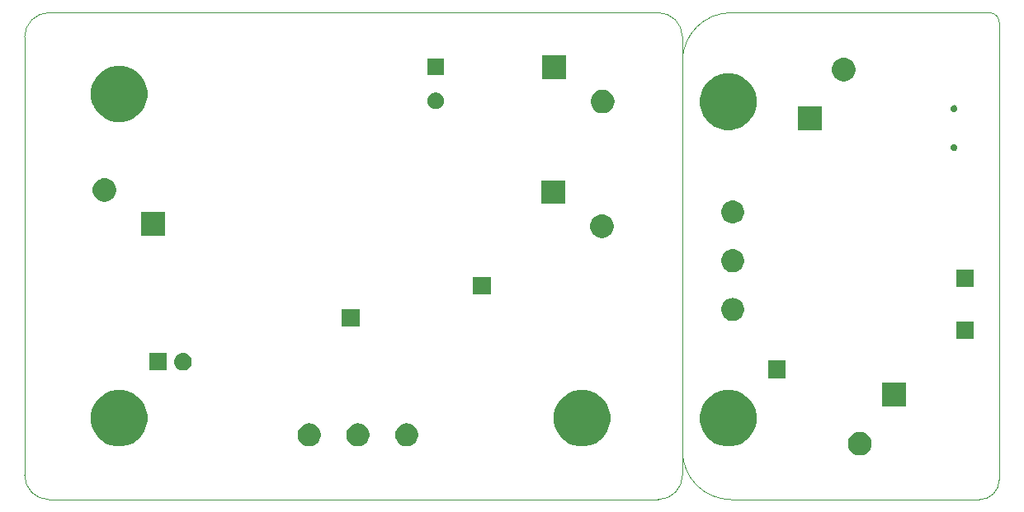
<source format=gbs>
G04 #@! TF.GenerationSoftware,KiCad,Pcbnew,(5.1.4)-1*
G04 #@! TF.CreationDate,2020-01-01T20:20:34-05:00*
G04 #@! TF.ProjectId,Board,426f6172-642e-46b6-9963-61645f706362,rev?*
G04 #@! TF.SameCoordinates,Original*
G04 #@! TF.FileFunction,Soldermask,Bot*
G04 #@! TF.FilePolarity,Negative*
%FSLAX46Y46*%
G04 Gerber Fmt 4.6, Leading zero omitted, Abs format (unit mm)*
G04 Created by KiCad (PCBNEW (5.1.4)-1) date 2020-01-01 20:20:34*
%MOMM*%
%LPD*%
G04 APERTURE LIST*
%ADD10C,0.050000*%
%ADD11C,0.100000*%
G04 APERTURE END LIST*
D10*
X162800000Y-63360000D02*
X162800000Y-103360000D01*
X194300000Y-58360000D02*
X167800000Y-58360000D01*
X195300000Y-106360000D02*
X195300000Y-59360000D01*
X193300000Y-108360000D02*
X167800000Y-108360000D01*
X97800000Y-58360000D02*
X160300000Y-58360000D01*
X95300000Y-105860000D02*
X95300000Y-60860000D01*
X160300000Y-108360000D02*
X97800000Y-108360000D01*
X162800000Y-105860000D02*
X162800000Y-103360000D01*
X162800000Y-60860000D02*
X162800000Y-63360000D01*
X95300000Y-60860000D02*
G75*
G02X97800000Y-58360000I2500000J0D01*
G01*
X162800000Y-63360000D02*
G75*
G02X167800000Y-58360000I5000000J0D01*
G01*
X167800000Y-108360000D02*
G75*
G02X162800000Y-103360000I0J5000000D01*
G01*
X195300000Y-106360000D02*
G75*
G02X193300000Y-108360000I-2000000J0D01*
G01*
X194300000Y-58360000D02*
G75*
G02X195300000Y-59360000I0J-1000000D01*
G01*
X162800000Y-105860000D02*
G75*
G02X160300000Y-108360000I-2500000J0D01*
G01*
X97800000Y-108360000D02*
G75*
G02X95300000Y-105860000I0J2500000D01*
G01*
X160300000Y-58360000D02*
G75*
G02X162800000Y-60860000I0J-2500000D01*
G01*
D11*
G36*
X181275816Y-101417589D02*
G01*
X181353965Y-101433134D01*
X181574808Y-101524610D01*
X181773561Y-101657413D01*
X181942587Y-101826439D01*
X182075390Y-102025192D01*
X182166866Y-102246035D01*
X182166866Y-102246036D01*
X182213500Y-102480479D01*
X182213500Y-102719521D01*
X182182411Y-102875816D01*
X182166866Y-102953965D01*
X182075390Y-103174808D01*
X181942587Y-103373561D01*
X181773561Y-103542587D01*
X181574808Y-103675390D01*
X181353965Y-103766866D01*
X181275816Y-103782411D01*
X181119521Y-103813500D01*
X180880479Y-103813500D01*
X180724184Y-103782411D01*
X180646035Y-103766866D01*
X180425192Y-103675390D01*
X180226439Y-103542587D01*
X180057413Y-103373561D01*
X179924610Y-103174808D01*
X179833134Y-102953965D01*
X179817589Y-102875816D01*
X179786500Y-102719521D01*
X179786500Y-102480479D01*
X179833134Y-102246036D01*
X179833134Y-102246035D01*
X179924610Y-102025192D01*
X180057413Y-101826439D01*
X180226439Y-101657413D01*
X180425192Y-101524610D01*
X180646035Y-101433134D01*
X180724184Y-101417589D01*
X180880479Y-101386500D01*
X181119521Y-101386500D01*
X181275816Y-101417589D01*
X181275816Y-101417589D01*
G37*
G36*
X168346189Y-97210483D02*
G01*
X168346192Y-97210484D01*
X168346191Y-97210484D01*
X168874139Y-97429167D01*
X169349280Y-97746646D01*
X169753354Y-98150720D01*
X170070833Y-98625861D01*
X170070834Y-98625863D01*
X170289517Y-99153811D01*
X170401000Y-99714275D01*
X170401000Y-100285725D01*
X170289517Y-100846189D01*
X170070834Y-101374137D01*
X170070833Y-101374139D01*
X169753354Y-101849280D01*
X169349280Y-102253354D01*
X168874139Y-102570833D01*
X168874138Y-102570834D01*
X168874137Y-102570834D01*
X168346189Y-102789517D01*
X167785725Y-102901000D01*
X167214275Y-102901000D01*
X166653811Y-102789517D01*
X166125863Y-102570834D01*
X166125862Y-102570834D01*
X166125861Y-102570833D01*
X165650720Y-102253354D01*
X165246646Y-101849280D01*
X164929167Y-101374139D01*
X164929166Y-101374137D01*
X164710483Y-100846189D01*
X164599000Y-100285725D01*
X164599000Y-99714275D01*
X164710483Y-99153811D01*
X164929166Y-98625863D01*
X164929167Y-98625861D01*
X165246646Y-98150720D01*
X165650720Y-97746646D01*
X166125861Y-97429167D01*
X166653809Y-97210484D01*
X166653808Y-97210484D01*
X166653811Y-97210483D01*
X167214275Y-97099000D01*
X167785725Y-97099000D01*
X168346189Y-97210483D01*
X168346189Y-97210483D01*
G37*
G36*
X153346189Y-97210483D02*
G01*
X153346192Y-97210484D01*
X153346191Y-97210484D01*
X153874139Y-97429167D01*
X154349280Y-97746646D01*
X154753354Y-98150720D01*
X155070833Y-98625861D01*
X155070834Y-98625863D01*
X155289517Y-99153811D01*
X155401000Y-99714275D01*
X155401000Y-100285725D01*
X155289517Y-100846189D01*
X155070834Y-101374137D01*
X155070833Y-101374139D01*
X154753354Y-101849280D01*
X154349280Y-102253354D01*
X153874139Y-102570833D01*
X153874138Y-102570834D01*
X153874137Y-102570834D01*
X153346189Y-102789517D01*
X152785725Y-102901000D01*
X152214275Y-102901000D01*
X151653811Y-102789517D01*
X151125863Y-102570834D01*
X151125862Y-102570834D01*
X151125861Y-102570833D01*
X150650720Y-102253354D01*
X150246646Y-101849280D01*
X149929167Y-101374139D01*
X149929166Y-101374137D01*
X149710483Y-100846189D01*
X149599000Y-100285725D01*
X149599000Y-99714275D01*
X149710483Y-99153811D01*
X149929166Y-98625863D01*
X149929167Y-98625861D01*
X150246646Y-98150720D01*
X150650720Y-97746646D01*
X151125861Y-97429167D01*
X151653809Y-97210484D01*
X151653808Y-97210484D01*
X151653811Y-97210483D01*
X152214275Y-97099000D01*
X152785725Y-97099000D01*
X153346189Y-97210483D01*
X153346189Y-97210483D01*
G37*
G36*
X105846189Y-97210483D02*
G01*
X105846192Y-97210484D01*
X105846191Y-97210484D01*
X106374139Y-97429167D01*
X106849280Y-97746646D01*
X107253354Y-98150720D01*
X107570833Y-98625861D01*
X107570834Y-98625863D01*
X107789517Y-99153811D01*
X107901000Y-99714275D01*
X107901000Y-100285725D01*
X107789517Y-100846189D01*
X107570834Y-101374137D01*
X107570833Y-101374139D01*
X107253354Y-101849280D01*
X106849280Y-102253354D01*
X106374139Y-102570833D01*
X106374138Y-102570834D01*
X106374137Y-102570834D01*
X105846189Y-102789517D01*
X105285725Y-102901000D01*
X104714275Y-102901000D01*
X104153811Y-102789517D01*
X103625863Y-102570834D01*
X103625862Y-102570834D01*
X103625861Y-102570833D01*
X103150720Y-102253354D01*
X102746646Y-101849280D01*
X102429167Y-101374139D01*
X102429166Y-101374137D01*
X102210483Y-100846189D01*
X102099000Y-100285725D01*
X102099000Y-99714275D01*
X102210483Y-99153811D01*
X102429166Y-98625863D01*
X102429167Y-98625861D01*
X102746646Y-98150720D01*
X103150720Y-97746646D01*
X103625861Y-97429167D01*
X104153809Y-97210484D01*
X104153808Y-97210484D01*
X104153811Y-97210483D01*
X104714275Y-97099000D01*
X105285725Y-97099000D01*
X105846189Y-97210483D01*
X105846189Y-97210483D01*
G37*
G36*
X124691560Y-100549064D02*
G01*
X124843027Y-100579193D01*
X125057045Y-100667842D01*
X125057046Y-100667843D01*
X125249654Y-100796539D01*
X125413461Y-100960346D01*
X125499258Y-101088751D01*
X125542158Y-101152955D01*
X125630807Y-101366973D01*
X125676000Y-101594174D01*
X125676000Y-101825826D01*
X125630807Y-102053027D01*
X125542158Y-102267045D01*
X125542157Y-102267046D01*
X125413461Y-102459654D01*
X125249654Y-102623461D01*
X125121249Y-102709258D01*
X125057045Y-102752158D01*
X124843027Y-102840807D01*
X124691560Y-102870936D01*
X124615827Y-102886000D01*
X124384173Y-102886000D01*
X124308440Y-102870936D01*
X124156973Y-102840807D01*
X123942955Y-102752158D01*
X123878751Y-102709258D01*
X123750346Y-102623461D01*
X123586539Y-102459654D01*
X123457843Y-102267046D01*
X123457842Y-102267045D01*
X123369193Y-102053027D01*
X123324000Y-101825826D01*
X123324000Y-101594174D01*
X123369193Y-101366973D01*
X123457842Y-101152955D01*
X123500742Y-101088751D01*
X123586539Y-100960346D01*
X123750346Y-100796539D01*
X123942954Y-100667843D01*
X123942955Y-100667842D01*
X124156973Y-100579193D01*
X124308440Y-100549064D01*
X124384173Y-100534000D01*
X124615827Y-100534000D01*
X124691560Y-100549064D01*
X124691560Y-100549064D01*
G37*
G36*
X129691560Y-100549064D02*
G01*
X129843027Y-100579193D01*
X130057045Y-100667842D01*
X130057046Y-100667843D01*
X130249654Y-100796539D01*
X130413461Y-100960346D01*
X130499258Y-101088751D01*
X130542158Y-101152955D01*
X130630807Y-101366973D01*
X130676000Y-101594174D01*
X130676000Y-101825826D01*
X130630807Y-102053027D01*
X130542158Y-102267045D01*
X130542157Y-102267046D01*
X130413461Y-102459654D01*
X130249654Y-102623461D01*
X130121249Y-102709258D01*
X130057045Y-102752158D01*
X129843027Y-102840807D01*
X129691560Y-102870936D01*
X129615827Y-102886000D01*
X129384173Y-102886000D01*
X129308440Y-102870936D01*
X129156973Y-102840807D01*
X128942955Y-102752158D01*
X128878751Y-102709258D01*
X128750346Y-102623461D01*
X128586539Y-102459654D01*
X128457843Y-102267046D01*
X128457842Y-102267045D01*
X128369193Y-102053027D01*
X128324000Y-101825826D01*
X128324000Y-101594174D01*
X128369193Y-101366973D01*
X128457842Y-101152955D01*
X128500742Y-101088751D01*
X128586539Y-100960346D01*
X128750346Y-100796539D01*
X128942954Y-100667843D01*
X128942955Y-100667842D01*
X129156973Y-100579193D01*
X129308440Y-100549064D01*
X129384173Y-100534000D01*
X129615827Y-100534000D01*
X129691560Y-100549064D01*
X129691560Y-100549064D01*
G37*
G36*
X134691560Y-100549064D02*
G01*
X134843027Y-100579193D01*
X135057045Y-100667842D01*
X135057046Y-100667843D01*
X135249654Y-100796539D01*
X135413461Y-100960346D01*
X135499258Y-101088751D01*
X135542158Y-101152955D01*
X135630807Y-101366973D01*
X135676000Y-101594174D01*
X135676000Y-101825826D01*
X135630807Y-102053027D01*
X135542158Y-102267045D01*
X135542157Y-102267046D01*
X135413461Y-102459654D01*
X135249654Y-102623461D01*
X135121249Y-102709258D01*
X135057045Y-102752158D01*
X134843027Y-102840807D01*
X134691560Y-102870936D01*
X134615827Y-102886000D01*
X134384173Y-102886000D01*
X134308440Y-102870936D01*
X134156973Y-102840807D01*
X133942955Y-102752158D01*
X133878751Y-102709258D01*
X133750346Y-102623461D01*
X133586539Y-102459654D01*
X133457843Y-102267046D01*
X133457842Y-102267045D01*
X133369193Y-102053027D01*
X133324000Y-101825826D01*
X133324000Y-101594174D01*
X133369193Y-101366973D01*
X133457842Y-101152955D01*
X133500742Y-101088751D01*
X133586539Y-100960346D01*
X133750346Y-100796539D01*
X133942954Y-100667843D01*
X133942955Y-100667842D01*
X134156973Y-100579193D01*
X134308440Y-100549064D01*
X134384173Y-100534000D01*
X134615827Y-100534000D01*
X134691560Y-100549064D01*
X134691560Y-100549064D01*
G37*
G36*
X185713500Y-98813500D02*
G01*
X183286500Y-98813500D01*
X183286500Y-96386500D01*
X185713500Y-96386500D01*
X185713500Y-98813500D01*
X185713500Y-98813500D01*
G37*
G36*
X173401000Y-95901000D02*
G01*
X171599000Y-95901000D01*
X171599000Y-94099000D01*
X173401000Y-94099000D01*
X173401000Y-95901000D01*
X173401000Y-95901000D01*
G37*
G36*
X111650442Y-93305518D02*
G01*
X111716627Y-93312037D01*
X111886466Y-93363557D01*
X112042991Y-93447222D01*
X112078729Y-93476552D01*
X112180186Y-93559814D01*
X112263448Y-93661271D01*
X112292778Y-93697009D01*
X112376443Y-93853534D01*
X112427963Y-94023373D01*
X112445359Y-94200000D01*
X112427963Y-94376627D01*
X112376443Y-94546466D01*
X112292778Y-94702991D01*
X112263448Y-94738729D01*
X112180186Y-94840186D01*
X112078729Y-94923448D01*
X112042991Y-94952778D01*
X111886466Y-95036443D01*
X111716627Y-95087963D01*
X111650442Y-95094482D01*
X111584260Y-95101000D01*
X111495740Y-95101000D01*
X111429557Y-95094481D01*
X111363373Y-95087963D01*
X111193534Y-95036443D01*
X111037009Y-94952778D01*
X111001271Y-94923448D01*
X110899814Y-94840186D01*
X110816552Y-94738729D01*
X110787222Y-94702991D01*
X110703557Y-94546466D01*
X110652037Y-94376627D01*
X110634641Y-94200000D01*
X110652037Y-94023373D01*
X110703557Y-93853534D01*
X110787222Y-93697009D01*
X110816552Y-93661271D01*
X110899814Y-93559814D01*
X111001271Y-93476552D01*
X111037009Y-93447222D01*
X111193534Y-93363557D01*
X111363373Y-93312037D01*
X111429558Y-93305518D01*
X111495740Y-93299000D01*
X111584260Y-93299000D01*
X111650442Y-93305518D01*
X111650442Y-93305518D01*
G37*
G36*
X109901000Y-95101000D02*
G01*
X108099000Y-95101000D01*
X108099000Y-93299000D01*
X109901000Y-93299000D01*
X109901000Y-95101000D01*
X109901000Y-95101000D01*
G37*
G36*
X192721000Y-91841000D02*
G01*
X190919000Y-91841000D01*
X190919000Y-90039000D01*
X192721000Y-90039000D01*
X192721000Y-91841000D01*
X192721000Y-91841000D01*
G37*
G36*
X129651000Y-90611000D02*
G01*
X127849000Y-90611000D01*
X127849000Y-88809000D01*
X129651000Y-88809000D01*
X129651000Y-90611000D01*
X129651000Y-90611000D01*
G37*
G36*
X168141560Y-87669064D02*
G01*
X168293027Y-87699193D01*
X168507045Y-87787842D01*
X168507046Y-87787843D01*
X168699654Y-87916539D01*
X168863461Y-88080346D01*
X168949258Y-88208751D01*
X168992158Y-88272955D01*
X169080807Y-88486973D01*
X169126000Y-88714174D01*
X169126000Y-88945826D01*
X169080807Y-89173027D01*
X168992158Y-89387045D01*
X168992157Y-89387046D01*
X168863461Y-89579654D01*
X168699654Y-89743461D01*
X168571249Y-89829258D01*
X168507045Y-89872158D01*
X168293027Y-89960807D01*
X168141560Y-89990936D01*
X168065827Y-90006000D01*
X167834173Y-90006000D01*
X167758440Y-89990936D01*
X167606973Y-89960807D01*
X167392955Y-89872158D01*
X167328751Y-89829258D01*
X167200346Y-89743461D01*
X167036539Y-89579654D01*
X166907843Y-89387046D01*
X166907842Y-89387045D01*
X166819193Y-89173027D01*
X166774000Y-88945826D01*
X166774000Y-88714174D01*
X166819193Y-88486973D01*
X166907842Y-88272955D01*
X166950742Y-88208751D01*
X167036539Y-88080346D01*
X167200346Y-87916539D01*
X167392954Y-87787843D01*
X167392955Y-87787842D01*
X167606973Y-87699193D01*
X167758440Y-87669064D01*
X167834173Y-87654000D01*
X168065827Y-87654000D01*
X168141560Y-87669064D01*
X168141560Y-87669064D01*
G37*
G36*
X143124000Y-87292000D02*
G01*
X141322000Y-87292000D01*
X141322000Y-85490000D01*
X143124000Y-85490000D01*
X143124000Y-87292000D01*
X143124000Y-87292000D01*
G37*
G36*
X192701000Y-86561000D02*
G01*
X190899000Y-86561000D01*
X190899000Y-84759000D01*
X192701000Y-84759000D01*
X192701000Y-86561000D01*
X192701000Y-86561000D01*
G37*
G36*
X168141560Y-82669064D02*
G01*
X168293027Y-82699193D01*
X168507045Y-82787842D01*
X168507046Y-82787843D01*
X168699654Y-82916539D01*
X168863461Y-83080346D01*
X168949258Y-83208751D01*
X168992158Y-83272955D01*
X169080807Y-83486973D01*
X169126000Y-83714174D01*
X169126000Y-83945826D01*
X169080807Y-84173027D01*
X168992158Y-84387045D01*
X168992157Y-84387046D01*
X168863461Y-84579654D01*
X168699654Y-84743461D01*
X168571249Y-84829258D01*
X168507045Y-84872158D01*
X168293027Y-84960807D01*
X168141560Y-84990936D01*
X168065827Y-85006000D01*
X167834173Y-85006000D01*
X167758440Y-84990936D01*
X167606973Y-84960807D01*
X167392955Y-84872158D01*
X167328751Y-84829258D01*
X167200346Y-84743461D01*
X167036539Y-84579654D01*
X166907843Y-84387046D01*
X166907842Y-84387045D01*
X166819193Y-84173027D01*
X166774000Y-83945826D01*
X166774000Y-83714174D01*
X166819193Y-83486973D01*
X166907842Y-83272955D01*
X166950742Y-83208751D01*
X167036539Y-83080346D01*
X167200346Y-82916539D01*
X167392954Y-82787843D01*
X167392955Y-82787842D01*
X167606973Y-82699193D01*
X167758440Y-82669064D01*
X167834173Y-82654000D01*
X168065827Y-82654000D01*
X168141560Y-82669064D01*
X168141560Y-82669064D01*
G37*
G36*
X154815816Y-79105590D02*
G01*
X154893965Y-79121135D01*
X155114808Y-79212611D01*
X155313561Y-79345414D01*
X155482587Y-79514440D01*
X155615390Y-79713193D01*
X155706866Y-79934036D01*
X155753500Y-80168482D01*
X155753500Y-80407520D01*
X155706866Y-80641966D01*
X155615390Y-80862809D01*
X155482587Y-81061562D01*
X155313561Y-81230588D01*
X155114808Y-81363391D01*
X154893965Y-81454867D01*
X154815816Y-81470412D01*
X154659521Y-81501501D01*
X154420479Y-81501501D01*
X154264184Y-81470412D01*
X154186035Y-81454867D01*
X153965192Y-81363391D01*
X153766439Y-81230588D01*
X153597413Y-81061562D01*
X153464610Y-80862809D01*
X153373134Y-80641966D01*
X153326500Y-80407520D01*
X153326500Y-80168482D01*
X153373134Y-79934036D01*
X153464610Y-79713193D01*
X153597413Y-79514440D01*
X153766439Y-79345414D01*
X153965192Y-79212611D01*
X154186035Y-79121135D01*
X154264184Y-79105590D01*
X154420479Y-79074501D01*
X154659521Y-79074501D01*
X154815816Y-79105590D01*
X154815816Y-79105590D01*
G37*
G36*
X109713500Y-81273500D02*
G01*
X107286500Y-81273500D01*
X107286500Y-78846500D01*
X109713500Y-78846500D01*
X109713500Y-81273500D01*
X109713500Y-81273500D01*
G37*
G36*
X168141560Y-77669064D02*
G01*
X168293027Y-77699193D01*
X168507045Y-77787842D01*
X168507046Y-77787843D01*
X168699654Y-77916539D01*
X168863461Y-78080346D01*
X168949258Y-78208751D01*
X168992158Y-78272955D01*
X169080807Y-78486973D01*
X169126000Y-78714174D01*
X169126000Y-78945826D01*
X169080807Y-79173027D01*
X168992158Y-79387045D01*
X168992157Y-79387046D01*
X168863461Y-79579654D01*
X168699654Y-79743461D01*
X168571249Y-79829258D01*
X168507045Y-79872158D01*
X168293027Y-79960807D01*
X168141560Y-79990936D01*
X168065827Y-80006000D01*
X167834173Y-80006000D01*
X167758440Y-79990936D01*
X167606973Y-79960807D01*
X167392955Y-79872158D01*
X167328751Y-79829258D01*
X167200346Y-79743461D01*
X167036539Y-79579654D01*
X166907843Y-79387046D01*
X166907842Y-79387045D01*
X166819193Y-79173027D01*
X166774000Y-78945826D01*
X166774000Y-78714174D01*
X166819193Y-78486973D01*
X166907842Y-78272955D01*
X166950742Y-78208751D01*
X167036539Y-78080346D01*
X167200346Y-77916539D01*
X167392954Y-77787843D01*
X167392955Y-77787842D01*
X167606973Y-77699193D01*
X167758440Y-77669064D01*
X167834173Y-77654000D01*
X168065827Y-77654000D01*
X168141560Y-77669064D01*
X168141560Y-77669064D01*
G37*
G36*
X150753500Y-78001501D02*
G01*
X148326500Y-78001501D01*
X148326500Y-75574501D01*
X150753500Y-75574501D01*
X150753500Y-78001501D01*
X150753500Y-78001501D01*
G37*
G36*
X103775816Y-75377589D02*
G01*
X103853965Y-75393134D01*
X104074808Y-75484610D01*
X104273561Y-75617413D01*
X104442587Y-75786439D01*
X104575390Y-75985192D01*
X104666866Y-76206035D01*
X104713500Y-76440481D01*
X104713500Y-76679519D01*
X104666866Y-76913965D01*
X104575390Y-77134808D01*
X104442587Y-77333561D01*
X104273561Y-77502587D01*
X104074808Y-77635390D01*
X103853965Y-77726866D01*
X103775816Y-77742411D01*
X103619521Y-77773500D01*
X103380479Y-77773500D01*
X103224184Y-77742411D01*
X103146035Y-77726866D01*
X102925192Y-77635390D01*
X102726439Y-77502587D01*
X102557413Y-77333561D01*
X102424610Y-77134808D01*
X102333134Y-76913965D01*
X102286500Y-76679519D01*
X102286500Y-76440481D01*
X102333134Y-76206035D01*
X102424610Y-75985192D01*
X102557413Y-75786439D01*
X102726439Y-75617413D01*
X102925192Y-75484610D01*
X103146035Y-75393134D01*
X103224184Y-75377589D01*
X103380479Y-75346500D01*
X103619521Y-75346500D01*
X103775816Y-75377589D01*
X103775816Y-75377589D01*
G37*
G36*
X190762383Y-71862489D02*
G01*
X190762386Y-71862490D01*
X190762385Y-71862490D01*
X190826258Y-71888946D01*
X190883748Y-71927360D01*
X190932640Y-71976252D01*
X190971054Y-72033742D01*
X190992624Y-72085818D01*
X190997511Y-72097617D01*
X191011000Y-72165430D01*
X191011000Y-72234570D01*
X190997511Y-72302383D01*
X190997510Y-72302385D01*
X190971054Y-72366258D01*
X190932640Y-72423748D01*
X190883748Y-72472640D01*
X190826258Y-72511054D01*
X190774182Y-72532624D01*
X190762383Y-72537511D01*
X190694570Y-72551000D01*
X190625430Y-72551000D01*
X190557617Y-72537511D01*
X190545818Y-72532624D01*
X190493742Y-72511054D01*
X190436252Y-72472640D01*
X190387360Y-72423748D01*
X190348946Y-72366258D01*
X190322490Y-72302385D01*
X190322489Y-72302383D01*
X190309000Y-72234570D01*
X190309000Y-72165430D01*
X190322489Y-72097617D01*
X190327376Y-72085818D01*
X190348946Y-72033742D01*
X190387360Y-71976252D01*
X190436252Y-71927360D01*
X190493742Y-71888946D01*
X190557615Y-71862490D01*
X190557614Y-71862490D01*
X190557617Y-71862489D01*
X190625430Y-71849000D01*
X190694570Y-71849000D01*
X190762383Y-71862489D01*
X190762383Y-71862489D01*
G37*
G36*
X177063500Y-70413500D02*
G01*
X174636500Y-70413500D01*
X174636500Y-67986500D01*
X177063500Y-67986500D01*
X177063500Y-70413500D01*
X177063500Y-70413500D01*
G37*
G36*
X168346189Y-64710483D02*
G01*
X168874137Y-64929166D01*
X168874139Y-64929167D01*
X169349280Y-65246646D01*
X169753354Y-65650720D01*
X169889055Y-65853811D01*
X170070834Y-66125863D01*
X170289517Y-66653811D01*
X170401000Y-67214275D01*
X170401000Y-67785725D01*
X170289517Y-68346189D01*
X170204520Y-68551390D01*
X170070833Y-68874139D01*
X169753354Y-69349280D01*
X169349280Y-69753354D01*
X168874139Y-70070833D01*
X168874138Y-70070834D01*
X168874137Y-70070834D01*
X168346189Y-70289517D01*
X167785725Y-70401000D01*
X167214275Y-70401000D01*
X166653811Y-70289517D01*
X166125863Y-70070834D01*
X166125862Y-70070834D01*
X166125861Y-70070833D01*
X165650720Y-69753354D01*
X165246646Y-69349280D01*
X164929167Y-68874139D01*
X164795480Y-68551390D01*
X164710483Y-68346189D01*
X164599000Y-67785725D01*
X164599000Y-67214275D01*
X164710483Y-66653811D01*
X164929166Y-66125863D01*
X165110945Y-65853811D01*
X165246646Y-65650720D01*
X165650720Y-65246646D01*
X166125861Y-64929167D01*
X166125863Y-64929166D01*
X166653811Y-64710483D01*
X167214275Y-64599000D01*
X167785725Y-64599000D01*
X168346189Y-64710483D01*
X168346189Y-64710483D01*
G37*
G36*
X105846189Y-63910483D02*
G01*
X106374137Y-64129166D01*
X106374139Y-64129167D01*
X106849280Y-64446646D01*
X107253354Y-64850720D01*
X107517903Y-65246646D01*
X107570834Y-65325863D01*
X107789517Y-65853811D01*
X107901000Y-66414275D01*
X107901000Y-66985725D01*
X107789517Y-67546189D01*
X107611379Y-67976252D01*
X107570833Y-68074139D01*
X107253354Y-68549280D01*
X106849280Y-68953354D01*
X106374139Y-69270833D01*
X106374138Y-69270834D01*
X106374137Y-69270834D01*
X105846189Y-69489517D01*
X105285725Y-69601000D01*
X104714275Y-69601000D01*
X104153811Y-69489517D01*
X103625863Y-69270834D01*
X103625862Y-69270834D01*
X103625861Y-69270833D01*
X103150720Y-68953354D01*
X102746646Y-68549280D01*
X102429167Y-68074139D01*
X102388621Y-67976252D01*
X102210483Y-67546189D01*
X102099000Y-66985725D01*
X102099000Y-66414275D01*
X102210483Y-65853811D01*
X102429166Y-65325863D01*
X102482097Y-65246646D01*
X102746646Y-64850720D01*
X103150720Y-64446646D01*
X103625861Y-64129167D01*
X103625863Y-64129166D01*
X104153811Y-63910483D01*
X104714275Y-63799000D01*
X105285725Y-63799000D01*
X105846189Y-63910483D01*
X105846189Y-63910483D01*
G37*
G36*
X154879816Y-66293589D02*
G01*
X154957965Y-66309134D01*
X155178808Y-66400610D01*
X155377561Y-66533413D01*
X155546587Y-66702439D01*
X155679390Y-66901192D01*
X155770866Y-67122035D01*
X155817500Y-67356481D01*
X155817500Y-67595519D01*
X155770866Y-67829965D01*
X155679390Y-68050808D01*
X155546587Y-68249561D01*
X155377561Y-68418587D01*
X155178808Y-68551390D01*
X154957965Y-68642866D01*
X154879816Y-68658411D01*
X154723521Y-68689500D01*
X154484479Y-68689500D01*
X154328184Y-68658411D01*
X154250035Y-68642866D01*
X154029192Y-68551390D01*
X153830439Y-68418587D01*
X153661413Y-68249561D01*
X153528610Y-68050808D01*
X153437134Y-67829965D01*
X153390500Y-67595519D01*
X153390500Y-67356481D01*
X153437134Y-67122035D01*
X153528610Y-66901192D01*
X153661413Y-66702439D01*
X153830439Y-66533413D01*
X154029192Y-66400610D01*
X154250035Y-66309134D01*
X154328184Y-66293589D01*
X154484479Y-66262500D01*
X154723521Y-66262500D01*
X154879816Y-66293589D01*
X154879816Y-66293589D01*
G37*
G36*
X190762383Y-67862489D02*
G01*
X190762386Y-67862490D01*
X190762385Y-67862490D01*
X190826258Y-67888946D01*
X190883748Y-67927360D01*
X190932640Y-67976252D01*
X190971054Y-68033742D01*
X190987785Y-68074137D01*
X190997511Y-68097617D01*
X191011000Y-68165430D01*
X191011000Y-68234570D01*
X190997511Y-68302383D01*
X190997510Y-68302385D01*
X190971054Y-68366258D01*
X190932640Y-68423748D01*
X190883748Y-68472640D01*
X190826258Y-68511054D01*
X190774182Y-68532624D01*
X190762383Y-68537511D01*
X190694570Y-68551000D01*
X190625430Y-68551000D01*
X190557617Y-68537511D01*
X190545818Y-68532624D01*
X190493742Y-68511054D01*
X190436252Y-68472640D01*
X190387360Y-68423748D01*
X190348946Y-68366258D01*
X190322490Y-68302385D01*
X190322489Y-68302383D01*
X190309000Y-68234570D01*
X190309000Y-68165430D01*
X190322489Y-68097617D01*
X190332215Y-68074137D01*
X190348946Y-68033742D01*
X190387360Y-67976252D01*
X190436252Y-67927360D01*
X190493742Y-67888946D01*
X190557615Y-67862490D01*
X190557614Y-67862490D01*
X190557617Y-67862489D01*
X190625430Y-67849000D01*
X190694570Y-67849000D01*
X190762383Y-67862489D01*
X190762383Y-67862489D01*
G37*
G36*
X137718228Y-66599703D02*
G01*
X137873100Y-66663853D01*
X138012481Y-66756985D01*
X138131015Y-66875519D01*
X138224147Y-67014900D01*
X138288297Y-67169772D01*
X138321000Y-67334184D01*
X138321000Y-67501816D01*
X138288297Y-67666228D01*
X138224147Y-67821100D01*
X138131015Y-67960481D01*
X138012481Y-68079015D01*
X137873100Y-68172147D01*
X137718228Y-68236297D01*
X137553816Y-68269000D01*
X137386184Y-68269000D01*
X137221772Y-68236297D01*
X137066900Y-68172147D01*
X136927519Y-68079015D01*
X136808985Y-67960481D01*
X136715853Y-67821100D01*
X136651703Y-67666228D01*
X136619000Y-67501816D01*
X136619000Y-67334184D01*
X136651703Y-67169772D01*
X136715853Y-67014900D01*
X136808985Y-66875519D01*
X136927519Y-66756985D01*
X137066900Y-66663853D01*
X137221772Y-66599703D01*
X137386184Y-66567000D01*
X137553816Y-66567000D01*
X137718228Y-66599703D01*
X137718228Y-66599703D01*
G37*
G36*
X179625816Y-63017589D02*
G01*
X179703965Y-63033134D01*
X179924808Y-63124610D01*
X180123561Y-63257413D01*
X180292587Y-63426439D01*
X180425390Y-63625192D01*
X180516866Y-63846035D01*
X180563500Y-64080481D01*
X180563500Y-64319519D01*
X180516866Y-64553965D01*
X180425390Y-64774808D01*
X180292587Y-64973561D01*
X180123561Y-65142587D01*
X179924808Y-65275390D01*
X179703965Y-65366866D01*
X179625816Y-65382411D01*
X179469521Y-65413500D01*
X179230479Y-65413500D01*
X179074184Y-65382411D01*
X178996035Y-65366866D01*
X178775192Y-65275390D01*
X178576439Y-65142587D01*
X178407413Y-64973561D01*
X178274610Y-64774808D01*
X178183134Y-64553965D01*
X178136500Y-64319519D01*
X178136500Y-64080481D01*
X178183134Y-63846035D01*
X178274610Y-63625192D01*
X178407413Y-63426439D01*
X178576439Y-63257413D01*
X178775192Y-63124610D01*
X178996035Y-63033134D01*
X179074184Y-63017589D01*
X179230479Y-62986500D01*
X179469521Y-62986500D01*
X179625816Y-63017589D01*
X179625816Y-63017589D01*
G37*
G36*
X150817500Y-65189500D02*
G01*
X148390500Y-65189500D01*
X148390500Y-62762500D01*
X150817500Y-62762500D01*
X150817500Y-65189500D01*
X150817500Y-65189500D01*
G37*
G36*
X138321000Y-64769000D02*
G01*
X136619000Y-64769000D01*
X136619000Y-63067000D01*
X138321000Y-63067000D01*
X138321000Y-64769000D01*
X138321000Y-64769000D01*
G37*
M02*

</source>
